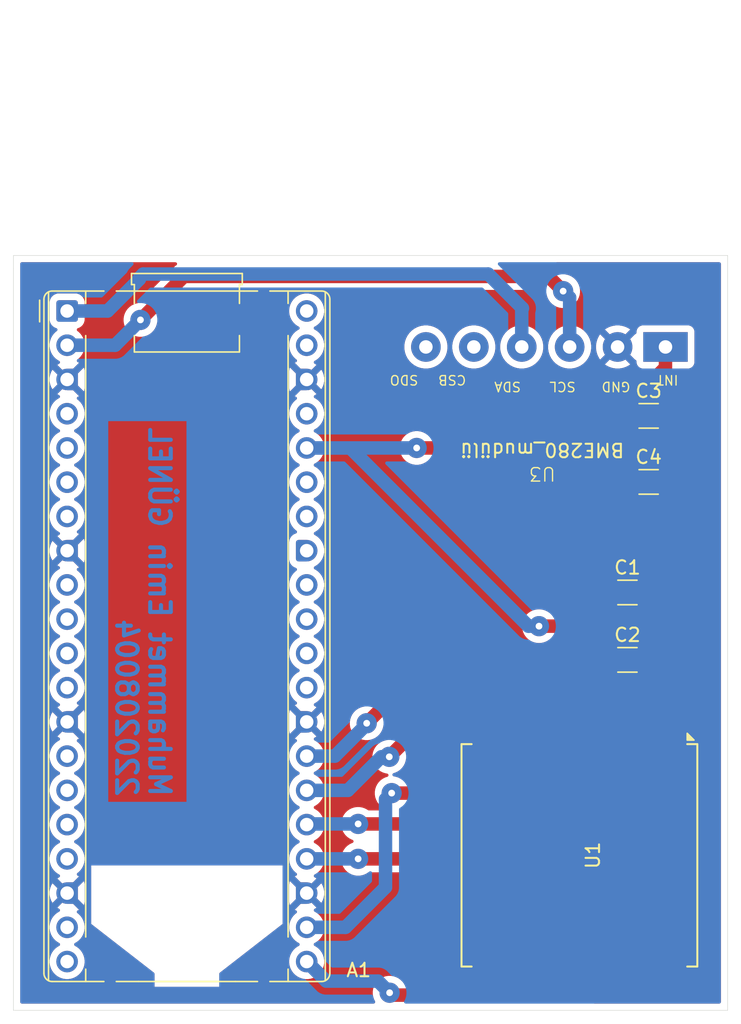
<source format=kicad_pcb>
(kicad_pcb (version 20241229) (generator "pcbnew") (generator_version "9.0")
  (layers (0 "F.Cu" signal "Front") (4 "In1.Cu" signal) (6 "In2.Cu" signal) (2 "B.Cu" signal "Back") (13 "F.Paste" user) (15 "B.Paste" user) (5 "F.SilkS" user "F.Silkscreen") (7 "B.SilkS" user "B.Silkscreen") (1 "F.Mask" user) (3 "B.Mask" user) (25 "Edge.Cuts" user))
  (net 0 "")
  (net 3 "Net-(A1-GPIO18)")
  (net 5 "GND")
  (net 8 "Net-(A1-GPIO16)")
  (net 10 "Net-(A1-GPIO20)")
  (net 12 "Net-(A1-GPIO21)")
  (net 13 "3.3V")
  (net 14 "Net-(A1-GPIO19)")
  (net 17 "Net-(A1-GPIO17)")
  (net 19 "Net-(A1-GPIO1)")
  (net 22 "Net-(A1-GPIO0)")
  (footprint "Capacitor_SMD:C_1206_3216Metric_Pad1.33x1.80mm_HandSolder" (layer "F.Cu") (at 147.1375 91.8)
    (property "Reference" "C4" (at 0 -1.85 0) (layer "F.SilkS"))
    (property "Value" "10u")
    (fp_line (start -0.711252 -0.91) (end 0.711252 -0.91) (stroke (width 0.12)) (layer "F.SilkS"))
    (fp_line (start -0.711252 0.91) (end 0.711252 0.91) (stroke (width 0.12)) (layer "F.SilkS"))
    (pad "1" smd roundrect (at -1.5625 0) (size 1.325 1.8) (layers "F.Cu" "F.Mask" "F.Paste") (roundrect_rratio 0.188679) (net 13 "3.3V"))
    (pad "2" smd roundrect (at 1.5625 0) (size 1.325 1.8) (layers "F.Cu" "F.Mask" "F.Paste") (roundrect_rratio 0.188679) (net 5 "GND"))
  )
  (footprint "LibraryBME280:Untitled" (layer "F.Cu") (at 139.2428 90.424 180)
    (property "Reference" "U3" (at 0 -0.77 180) (layer "F.SilkS") (effects (font (thickness 0.1))))
    (property "Value" "BME280_mudülü" (at 0 1 180) (layer "F.SilkS"))
    (fp_text user "SDA" (at 1.524 6.104 180) (layer "F.SilkS") (effects (font (size 0.7 0.7) (thickness 0.1)) (justify left bottom)))
    (fp_text user "SDO" (at 9.144 6.604 180) (layer "F.SilkS") (effects (font (size 0.7 0.7) (thickness 0.1)) (justify left bottom)))
    (fp_text user "INT" (at -10.16 6.604 180) (layer "F.SilkS") (effects (font (size 0.7 0.7) (thickness 0.1)) (justify left bottom)))
    (fp_text user "CSB" (at 5.588 6.604 180) (layer "F.SilkS") (effects (font (size 0.7 0.7) (thickness 0.1)) (justify left bottom)))
    (fp_text user "SCL" (at -2.54 6.104 180) (layer "F.SilkS") (effects (font (size 0.7 0.7) (thickness 0.1)) (justify left bottom)))
    (fp_text user "GND" (at -6.604 6.104 180) (layer "F.SilkS") (effects (font (size 0.7 0.7) (thickness 0.1)) (justify left bottom)))
    (pad "1" thru_hole rect (at -9.144 8.636 270) (size 2.2 3.3) (drill 1) (layers "*.Cu" "*.Mask") (net 13 "3.3V"))
    (pad "2" thru_hole circle (at -2.032 8.636 270) (size 2.2 2.2) (drill 1) (layers "*.Cu" "*.Mask") (net 19 "Net-(A1-GPIO1)"))
    (pad "3" thru_hole circle (at 1.524 8.636 270) (size 2.2 2.2) (drill 1) (layers "*.Cu" "*.Mask") (net 22 "Net-(A1-GPIO0)"))
    (pad "4" thru_hole circle (at 8.636 8.636 270) (size 2.2 2.2) (drill 1) (layers "*.Cu" "*.Mask"))
    (pad "5" thru_hole circle (at 5.08 8.636 270) (size 2.2 2.2) (drill 1) (layers "*.Cu" "*.Mask"))
    (pad "6" thru_hole circle (at -5.588 8.636 270) (size 2.2 2.2) (drill 1) (layers "*.Cu" "*.Mask") (net 5 "GND"))
  )
  (footprint "Module:RaspberryPi_Pico_Common_THT" (layer "F.Cu") (at 103.98 79.12)
    (property "Reference" "A1" (at 20.6375 48.895 0) (layer "F.SilkS") (effects (justify left)))
    (property "Value" "RaspberryPi_Pico_W")
    (fp_line (start -2.04 0.8) (end -2.04 -0.8) (stroke (width 0.12)) (layer "F.SilkS"))
    (fp_line (start -1.72 -0.87) (end -1.72 49.13) (stroke (width 0.12)) (layer "F.SilkS"))
    (fp_line (start -1.38 -1.417) (end -1.38 49.677) (stroke (width 0.12)) (layer "F.SilkS"))
    (fp_line (start -1.11 -1.48) (end 1.38 -1.48) (stroke (width 0.12)) (layer "F.SilkS"))
    (fp_line (start -1.11 49.74) (end 2.727939 49.74) (stroke (width 0.12)) (layer "F.SilkS"))
    (fp_line (start 1.38 -1.48) (end 1.38 -0.56648) (stroke (width 0.12)) (layer "F.SilkS"))
    (fp_line (start 1.38 -1.48) (end 2.72794 -1.48) (stroke (width 0.12)) (layer "F.SilkS"))
    (fp_line (start 1.38 1.82648) (end 1.38 46.43352) (stroke (width 0.12)) (layer "F.SilkS"))
    (fp_line (start 1.38 48.82648) (end 1.38 49.74) (stroke (width 0.12)) (layer "F.SilkS"))
    (fp_line (start 3.652061 -1.48) (end 4.655 -1.48) (stroke (width 0.12)) (layer "F.SilkS"))
    (fp_line (start 4.655 -1.48) (end 13.125 -1.48) (stroke (width 0.12)) (layer "F.SilkS"))
    (fp_line (start 4.78 -2.78) (end 4.78 -1.96) (stroke (width 0.12)) (layer "F.SilkS"))
    (fp_line (start 4.78 -2.78) (end 13 -2.78) (stroke (width 0.12)) (layer "F.SilkS"))
    (fp_line (start 4.78 -1.96) (end 4.99 -1.96) (stroke (width 0.12)) (layer "F.SilkS"))
    (fp_line (start 4.99 -1.96) (end 4.99 -0.564) (stroke (width 0.12)) (layer "F.SilkS"))
    (fp_line (start 4.99 1.824) (end 4.99 3.04) (stroke (width 0.12)) (layer "F.SilkS"))
    (fp_line (start 5.29 49.74) (end 3.652061 49.74) (stroke (width 0.12)) (layer "F.SilkS"))
    (fp_line (start 12.49 49.74) (end 5.29 49.74) (stroke (width 0.12)) (layer "F.SilkS"))
    (fp_line (start 12.79 -1.96) (end 12.79 -0.564) (stroke (width 0.12)) (layer "F.SilkS"))
    (fp_line (start 12.79 1.824) (end 12.79 3.04) (stroke (width 0.12)) (layer "F.SilkS"))
    (fp_line (start 12.79 3.04) (end 4.99 3.04) (stroke (width 0.12)) (layer "F.SilkS"))
    (fp_line (start 13 -2.78) (end 13 -1.96) (stroke (width 0.12)) (layer "F.SilkS"))
    (fp_line (start 13 -1.96) (end 12.79 -1.96) (stroke (width 0.12)) (layer "F.SilkS"))
    (fp_line (start 13.125 -1.48) (end 14.127939 -1.48) (stroke (width 0.12)) (layer "F.SilkS"))
    (fp_line (start 14.127939 49.74) (end 12.49 49.74) (stroke (width 0.12)) (layer "F.SilkS"))
    (fp_line (start 15.052061 -1.48) (end 16.4 -1.48) (stroke (width 0.12)) (layer "F.SilkS"))
    (fp_line (start 15.052061 49.74) (end 18.89 49.74) (stroke (width 0.12)) (layer "F.SilkS"))
    (fp_line (start 16.4 -1.48) (end 16.4 -0.56648) (stroke (width 0.12)) (layer "F.SilkS"))
    (fp_line (start 16.4 1.82648) (end 16.4 46.43352) (stroke (width 0.12)) (layer "F.SilkS"))
    (fp_line (start 16.4 48.82648) (end 16.4 49.74) (stroke (width 0.12)) (layer "F.SilkS"))
    (fp_line (start 18.89 -1.48) (end 16.4 -1.48) (stroke (width 0.12)) (layer "F.SilkS"))
    (fp_line (start 19.16 49.677) (end 19.16 -1.417) (stroke (width 0.12)) (layer "F.SilkS"))
    (fp_line (start 19.5 -0.87) (end 19.5 49.13) (stroke (width 0.12)) (layer "F.SilkS"))
    (fp_arc (start -1.72 -0.87) (mid -1.541335 -1.301335) (end -1.11 -1.48) (stroke (width 0.12)) (layer "F.SilkS"))
    (fp_arc (start -1.11 49.74) (mid -1.541364 49.561364) (end -1.72 49.13) (stroke (width 0.12)) (layer "F.SilkS"))
    (fp_arc (start 18.89 -1.48) (mid 19.321335 -1.301335) (end 19.5 -0.87) (stroke (width 0.12)) (layer "F.SilkS"))
    (fp_arc (start 19.5 49.13) (mid 19.321335 49.561335) (end 18.89 49.74) (stroke (width 0.12)) (layer "F.SilkS"))
    (pad "1" thru_hole roundrect (at 0 0) (size 1.6 1.6) (drill 1) (layers "*.Cu" "*.Mask") (roundrect_rratio 0.125) (net 22 "Net-(A1-GPIO0)"))
    (pad "2" thru_hole circle (at 0 2.54) (size 1.6 1.6) (drill 1) (layers "*.Cu" "*.Mask") (net 19 "Net-(A1-GPIO1)"))
    (pad "3" thru_hole custom (at 0 5.08) (size 1.6 1.6) (drill 1) (layers "*.Cu" "*.Mask") (net 5 "GND") (options (clearance outline) (anchor circle)) (primitives (gr_poly (pts (xy 0.8 0.6) (xy 0.8 -0.6) (xy 0.6 -0.8) (xy 0 -0.8) (xy 0 0.8) (xy 0.6 0.8)) (width 0) (fill yes)) (gr_circle (center 0.6 0.6) (end 0.8 0.6) (width 0) (fill yes)) (gr_circle (center 0.6 -0.6) (end 0.8 -0.6) (width 0) (fill yes))))
    (pad "4" thru_hole circle (at 0 7.62) (size 1.6 1.6) (drill 1) (layers "*.Cu" "*.Mask"))
    (pad "5" thru_hole circle (at 0 10.16) (size 1.6 1.6) (drill 1) (layers "*.Cu" "*.Mask"))
    (pad "6" thru_hole circle (at 0 12.7) (size 1.6 1.6) (drill 1) (layers "*.Cu" "*.Mask"))
    (pad "7" thru_hole circle (at 0 15.24) (size 1.6 1.6) (drill 1) (layers "*.Cu" "*.Mask"))
    (pad "8" thru_hole custom (at 0 17.78) (size 1.6 1.6) (drill 1) (layers "*.Cu" "*.Mask") (net 5 "GND") (options (clearance outline) (anchor circle)) (primitives (gr_poly (pts (xy 0.8 0.6) (xy 0.8 -0.6) (xy 0.6 -0.8) (xy 0 -0.8) (xy 0 0.8) (xy 0.6 0.8)) (width 0) (fill yes)) (gr_circle (center 0.6 0.6) (end 0.8 0.6) (width 0) (fill yes)) (gr_circle (center 0.6 -0.6) (end 0.8 -0.6) (width 0) (fill yes))))
    (pad "9" thru_hole circle (at 0 20.32) (size 1.6 1.6) (drill 1) (layers "*.Cu" "*.Mask"))
    (pad "10" thru_hole circle (at 0 22.86) (size 1.6 1.6) (drill 1) (layers "*.Cu" "*.Mask"))
    (pad "11" thru_hole circle (at 0 25.4) (size 1.6 1.6) (drill 1) (layers "*.Cu" "*.Mask"))
    (pad "12" thru_hole circle (at 0 27.94) (size 1.6 1.6) (drill 1) (layers "*.Cu" "*.Mask"))
    (pad "13" thru_hole custom (at 0 30.48) (size 1.6 1.6) (drill 1) (layers "*.Cu" "*.Mask") (net 5 "GND") (options (clearance outline) (anchor circle)) (primitives (gr_poly (pts (xy 0.8 0.6) (xy 0.8 -0.6) (xy 0.6 -0.8) (xy 0 -0.8) (xy 0 0.8) (xy 0.6 0.8)) (width 0) (fill yes)) (gr_circle (center 0.6 0.6) (end 0.8 0.6) (width 0) (fill yes)) (gr_circle (center 0.6 -0.6) (end 0.8 -0.6) (width 0) (fill yes))))
    (pad "14" thru_hole circle (at 0 33.02) (size 1.6 1.6) (drill 1) (layers "*.Cu" "*.Mask"))
    (pad "15" thru_hole circle (at 0 35.56) (size 1.6 1.6) (drill 1) (layers "*.Cu" "*.Mask"))
    (pad "16" thru_hole circle (at 0 38.1) (size 1.6 1.6) (drill 1) (layers "*.Cu" "*.Mask"))
    (pad "17" thru_hole circle (at 0 40.64) (size 1.6 1.6) (drill 1) (layers "*.Cu" "*.Mask"))
    (pad "18" thru_hole custom (at 0 43.18) (size 1.6 1.6) (drill 1) (layers "*.Cu" "*.Mask") (net 5 "GND") (options (clearance outline) (anchor circle)) (primitives (gr_poly (pts (xy 0.8 0.6) (xy 0.8 -0.6) (xy 0.6 -0.8) (xy 0 -0.8) (xy 0 0.8) (xy 0.6 0.8)) (width 0) (fill yes)) (gr_circle (center 0.6 0.6) (end 0.8 0.6) (width 0) (fill yes)) (gr_circle (center 0.6 -0.6) (end 0.8 -0.6) (width 0) (fill yes))))
    (pad "19" thru_hole circle (at 0 45.72) (size 1.6 1.6) (drill 1) (layers "*.Cu" "*.Mask"))
    (pad "20" thru_hole circle (at 0 48.26) (size 1.6 1.6) (drill 1) (layers "*.Cu" "*.Mask"))
    (pad "21" thru_hole circle (at 17.78 48.26) (size 1.6 1.6) (drill 1) (layers "*.Cu" "*.Mask") (net 8 "Net-(A1-GPIO16)"))
    (pad "22" thru_hole circle (at 17.78 45.72) (size 1.6 1.6) (drill 1) (layers "*.Cu" "*.Mask") (net 17 "Net-(A1-GPIO17)"))
    (pad "23" thru_hole custom (at 17.78 43.18) (size 1.6 1.6) (drill 1) (layers "*.Cu" "*.Mask") (net 5 "GND") (options (clearance outline) (anchor circle)) (primitives (gr_poly (pts (xy -0.8 0.6) (xy -0.8 -0.6) (xy -0.6 -0.8) (xy 0 -0.8) (xy 0 0.8) (xy -0.6 0.8)) (width 0) (fill yes)) (gr_circle (center -0.6 0.6) (end -0.4 0.6) (width 0) (fill yes)) (gr_circle (center -0.6 -0.6) (end -0.4 -0.6) (width 0) (fill yes))))
    (pad "24" thru_hole circle (at 17.78 40.64) (size 1.6 1.6) (drill 1) (layers "*.Cu" "*.Mask") (net 3 "Net-(A1-GPIO18)"))
    (pad "25" thru_hole circle (at 17.78 38.1) (size 1.6 1.6) (drill 1) (layers "*.Cu" "*.Mask") (net 14 "Net-(A1-GPIO19)"))
    (pad "26" thru_hole circle (at 17.78 35.56) (size 1.6 1.6) (drill 1) (layers "*.Cu" "*.Mask") (net 10 "Net-(A1-GPIO20)"))
    (pad "27" thru_hole circle (at 17.78 33.02) (size 1.6 1.6) (drill 1) (layers "*.Cu" "*.Mask") (net 12 "Net-(A1-GPIO21)"))
    (pad "28" thru_hole custom (at 17.78 30.48) (size 1.6 1.6) (drill 1) (layers "*.Cu" "*.Mask") (net 5 "GND") (options (clearance outline) (anchor circle)) (primitives (gr_poly (pts (xy -0.8 0.6) (xy -0.8 -0.6) (xy -0.6 -0.8) (xy 0 -0.8) (xy 0 0.8) (xy -0.6 0.8)) (width 0) (fill yes)) (gr_circle (center -0.6 0.6) (end -0.4 0.6) (width 0) (fill yes)) (gr_circle (center -0.6 -0.6) (end -0.4 -0.6) (width 0) (fill yes))))
    (pad "29" thru_hole circle (at 17.78 27.94) (size 1.6 1.6) (drill 1) (layers "*.Cu" "*.Mask"))
    (pad "30" thru_hole circle (at 17.78 25.4) (size 1.6 1.6) (drill 1) (layers "*.Cu" "*.Mask"))
    (pad "31" thru_hole circle (at 17.78 22.86) (size 1.6 1.6) (drill 1) (layers "*.Cu" "*.Mask"))
    (pad "32" thru_hole circle (at 17.78 20.32) (size 1.6 1.6) (drill 1) (layers "*.Cu" "*.Mask"))
    (pad "33" thru_hole custom (at 17.78 17.78) (size 1.6 1.6) (drill 1) (layers "*.Cu" "*.Mask") (options (clearance outline) (anchor circle)) (primitives (gr_poly (pts (xy -0.8 0.6) (xy -0.8 -0.6) (xy -0.6 -0.8) (xy 0 -0.8) (xy 0 0.8) (xy -0.6 0.8)) (width 0) (fill yes)) (gr_circle (center -0.6 0.6) (end -0.4 0.6) (width 0) (fill yes)) (gr_circle (center -0.6 -0.6) (end -0.4 -0.6) (width 0) (fill yes))))
    (pad "34" thru_hole circle (at 17.78 15.24) (size 1.6 1.6) (drill 1) (layers "*.Cu" "*.Mask"))
    (pad "35" thru_hole circle (at 17.78 12.7) (size 1.6 1.6) (drill 1) (layers "*.Cu" "*.Mask"))
    (pad "36" thru_hole circle (at 17.78 10.16) (size 1.6 1.6) (drill 1) (layers "*.Cu" "*.Mask") (net 13 "3.3V"))
    (pad "37" thru_hole circle (at 17.78 7.62) (size 1.6 1.6) (drill 1) (layers "*.Cu" "*.Mask"))
    (pad "38" thru_hole custom (at 17.78 5.08) (size 1.6 1.6) (drill 1) (layers "*.Cu" "*.Mask") (net 5 "GND") (options (clearance outline) (anchor circle)) (primitives (gr_poly (pts (xy -0.8 0.6) (xy -0.8 -0.6) (xy -0.6 -0.8) (xy 0 -0.8) (xy 0 0.8) (xy -0.6 0.8)) (width 0) (fill yes)) (gr_circle (center -0.6 0.6) (end -0.4 0.6) (width 0) (fill yes)) (gr_circle (center -0.6 -0.6) (end -0.4 -0.6) (width 0) (fill yes))))
    (pad "39" thru_hole circle (at 17.78 2.54) (size 1.6 1.6) (drill 1) (layers "*.Cu" "*.Mask"))
    (pad "40" thru_hole circle (at 17.78 0) (size 1.6 1.6) (drill 1) (layers "*.Cu" "*.Mask"))
    (zone (net 0) (net_name "") (layers "F.Cu" "B.Cu" "In1.Cu" "In2.Cu" "F.Paste" "B.Paste") (name "Antenna Copper Keep Out") (connect_pads (clearance 0)) (min_thickness 0.254)
      (keepout (tracks not_allowed) (vias not_allowed) (pads not_allowed) (copperpour not_allowed) (footprints allowed))
      (fill (thermal_gap 0.508) (thermal_bridge_width 0.508))
      (polygon (pts (xy 110.47 128.239895) (xy 105.77 124.589895) (xy 105.77 120.25) (xy 119.97 120.25) (xy 119.97 124.589895) (xy 115.27 128.239895) (xy 115.27 129.25) (xy 110.47 129.25)))
    )
  )
  (footprint "Capacitor_SMD:C_1206_3216Metric_Pad1.33x1.80mm_HandSolder" (layer "F.Cu") (at 145.5625 100)
    (property "Reference" "C1" (at 0 -1.85 0) (layer "F.SilkS"))
    (property "Value" "100n")
    (fp_line (start -0.711252 -0.91) (end 0.711252 -0.91) (stroke (width 0.12)) (layer "F.SilkS"))
    (fp_line (start -0.711252 0.91) (end 0.711252 0.91) (stroke (width 0.12)) (layer "F.SilkS"))
    (pad "1" smd roundrect (at -1.5625 0) (size 1.325 1.8) (layers "F.Cu" "F.Mask" "F.Paste") (roundrect_rratio 0.188679) (net 13 "3.3V"))
    (pad "2" smd roundrect (at 1.5625 0) (size 1.325 1.8) (layers "F.Cu" "F.Mask" "F.Paste") (roundrect_rratio 0.188679) (net 5 "GND"))
  )
  (footprint "RF_Module:Ai-Thinker-Ra-01-LoRa" (layer "F.Cu") (at 142 119.5 -90)
    (property "Reference" "U1" (at 0 -1 90) (layer "F.SilkS"))
    (property "Value" "Ai-Thinker-Ra-01")
    (fp_line (start -8.25 8.75) (end 8.25 8.75) (stroke (width 0.15)) (layer "F.SilkS"))
    (fp_line (start 8.25 8.75) (end 8.25 8) (stroke (width 0.15)) (layer "F.SilkS"))
    (fp_line (start -8.25 8) (end -8.25 8.75) (stroke (width 0.15)) (layer "F.SilkS"))
    (fp_line (start -8.25 -8) (end -8.25 -8.75) (stroke (width 0.15)) (layer "F.SilkS"))
    (fp_line (start -8.25 -8.75) (end 8.25 -8.75) (stroke (width 0.15)) (layer "F.SilkS"))
    (fp_line (start 8.25 -8.75) (end 8.25 -8) (stroke (width 0.15)) (layer "F.SilkS"))
    (fp_poly (pts (xy -8.55 -8) (xy -9.05 -8) (xy -8.55 -8.5) (xy -8.55 -8)) (stroke (width 0.12)) (fill yes) (layer "F.SilkS"))
    (pad "1" smd rect (at -8 -7 270) (size 2 1.5) (layers "F.Cu" "F.Mask" "F.Paste"))
    (pad "2" smd rect (at -8 -5 270) (size 2 1.5) (layers "F.Cu" "F.Mask" "F.Paste") (net 5 "GND"))
    (pad "3" smd rect (at -8 -3 270) (size 2 1.5) (layers "F.Cu" "F.Mask" "F.Paste") (net 13 "3.3V"))
    (pad "4" smd rect (at -8 -1 270) (size 2 1.5) (layers "F.Cu" "F.Mask" "F.Paste") (net 12 "Net-(A1-GPIO21)"))
    (pad "5" smd rect (at -8 1 270) (size 2 1.5) (layers "F.Cu" "F.Mask" "F.Paste") (net 10 "Net-(A1-GPIO20)"))
    (pad "6" smd rect (at -8 3 270) (size 2 1.5) (layers "F.Cu" "F.Mask" "F.Paste"))
    (pad "7" smd rect (at -8 5 270) (size 2 1.5) (layers "F.Cu" "F.Mask" "F.Paste"))
    (pad "8" smd rect (at -8 7 270) (size 2 1.5) (layers "F.Cu" "F.Mask" "F.Paste"))
    (pad "9" smd rect (at 8 7 270) (size 2 1.5) (layers "F.Cu" "F.Mask" "F.Paste") (net 5 "GND"))
    (pad "10" smd rect (at 8 5 270) (size 2 1.5) (layers "F.Cu" "F.Mask" "F.Paste"))
    (pad "11" smd rect (at 8 3 270) (size 2 1.5) (layers "F.Cu" "F.Mask" "F.Paste"))
    (pad "12" smd rect (at 8 1 270) (size 2 1.5) (layers "F.Cu" "F.Mask" "F.Paste") (net 3 "Net-(A1-GPIO18)"))
    (pad "13" smd rect (at 8 -1 270) (size 2 1.5) (layers "F.Cu" "F.Mask" "F.Paste") (net 8 "Net-(A1-GPIO16)"))
    (pad "14" smd rect (at 8 -3 270) (size 2 1.5) (layers "F.Cu" "F.Mask" "F.Paste") (net 14 "Net-(A1-GPIO19)"))
    (pad "15" smd rect (at 8 -5 270) (size 2 1.5) (layers "F.Cu" "F.Mask" "F.Paste") (net 17 "Net-(A1-GPIO17)"))
    (pad "16" smd rect (at 8 -7 270) (size 2 1.5) (layers "F.Cu" "F.Mask" "F.Paste") (net 5 "GND"))
  )
  (footprint "Capacitor_SMD:C_1206_3216Metric_Pad1.33x1.80mm_HandSolder" (layer "F.Cu") (at 145.5625 105)
    (property "Reference" "C2" (at 0 -1.85 0) (layer "F.SilkS"))
    (property "Value" "10u")
    (fp_line (start -0.711252 -0.91) (end 0.711252 -0.91) (stroke (width 0.12)) (layer "F.SilkS"))
    (fp_line (start -0.711252 0.91) (end 0.711252 0.91) (stroke (width 0.12)) (layer "F.SilkS"))
    (pad "1" smd roundrect (at -1.5625 0) (size 1.325 1.8) (layers "F.Cu" "F.Mask" "F.Paste") (roundrect_rratio 0.188679) (net 13 "3.3V"))
    (pad "2" smd roundrect (at 1.5625 0) (size 1.325 1.8) (layers "F.Cu" "F.Mask" "F.Paste") (roundrect_rratio 0.188679) (net 5 "GND"))
  )
  (footprint "Capacitor_SMD:C_1206_3216Metric_Pad1.33x1.80mm_HandSolder" (layer "F.Cu") (at 147.1375 86.9)
    (property "Reference" "C3" (at 0 -1.85 0) (layer "F.SilkS"))
    (property "Value" "100n")
    (fp_line (start -0.711252 -0.91) (end 0.711252 -0.91) (stroke (width 0.12)) (layer "F.SilkS"))
    (fp_line (start -0.711252 0.91) (end 0.711252 0.91) (stroke (width 0.12)) (layer "F.SilkS"))
    (pad "1" smd roundrect (at -1.5625 0) (size 1.325 1.8) (layers "F.Cu" "F.Mask" "F.Paste") (roundrect_rratio 0.188679) (net 13 "3.3V"))
    (pad "2" smd roundrect (at 1.5625 0) (size 1.325 1.8) (layers "F.Cu" "F.Mask" "F.Paste") (roundrect_rratio 0.188679) (net 5 "GND"))
  )
  (gr_line (start 153 131) (end 153 75) (stroke (width 0.0381)) (layer "Edge.Cuts"))
  (gr_line (start 100 76) (end 100 131) (stroke (width 0.0381)) (layer "Edge.Cuts"))
  (gr_line (start 100 131) (end 153 131) (stroke (width 0.0381)) (layer "Edge.Cuts"))
  (gr_line (start 100 75) (end 100 76) (stroke (width 0.0381)) (layer "Edge.Cuts"))
  (gr_line (start 153 75) (end 100 75) (stroke (width 0.0381)) (layer "Edge.Cuts"))
  (gr_text "Muhammet Emin GÜNEL\n220208004" (at 107.4928 115.2906 270) (layer "B.Cu") (effects (font (size 1.524 1.524) (thickness 0.3048) (bold yes)) (justify left bottom mirror)))
  (segment (start 135.261 119.761) (end 141 125.5) (width 1) (layer "F.Cu") (net 3))
  (segment (start 125.5776 119.761) (end 135.261 119.761) (width 1) (layer "F.Cu") (net 3))
  (segment (start 141 125.5) (end 141 127.5) (width 1) (layer "F.Cu") (net 3))
  (via (at 125.5776 119.761) (size 1.5) (drill 0.5) (layers "F.Cu" "B.Cu") (net 3))
  (segment (start 125.5776 119.761) (end 121.761 119.761) (width 1) (layer "B.Cu") (net 3))
  (segment (start 121.761 119.761) (end 121.76 119.76) (width 1) (layer "B.Cu") (net 3))
  (segment (start 148.3868 87.1118) (end 148.475 87.2) (width 0.127) (layer "F.Cu") (net 5))
  (segment (start 142.0368 129.8702) (end 128.0922 129.8702) (width 1) (layer "F.Cu") (net 8))
  (segment (start 143 127.5) (end 143 128.907) (width 1) (layer "F.Cu") (net 8))
  (segment (start 143 128.907) (end 142.0368 129.8702) (width 1) (layer "F.Cu") (net 8))
  (segment (start 128.0922 129.8702) (end 127.9144 129.6924) (width 1) (layer "F.Cu") (net 8))
  (via (at 127.9144 129.6924) (size 1.5) (drill 0.5) (layers "F.Cu" "B.Cu") (net 8))
  (segment (start 127.9144 129.6924) (end 127.0508 128.8288) (width 1) (layer "B.Cu") (net 8))
  (segment (start 123.2088 128.8288) (end 121.76 127.38) (width 1) (layer "B.Cu") (net 8))
  (segment (start 127.0508 128.8288) (end 123.2088 128.8288) (width 1) (layer "B.Cu") (net 8))
  (segment (start 141 111.5) (end 141 110.494) (width 1) (layer "F.Cu") (net 10))
  (segment (start 131.5212 108.5596) (end 127.889 112.1918) (width 1) (layer "F.Cu") (net 10))
  (segment (start 139.0656 108.5596) (end 131.5212 108.5596) (width 1) (layer "F.Cu") (net 10))
  (segment (start 141 110.494) (end 139.0656 108.5596) (width 1) (layer "F.Cu") (net 10))
  (via (at 127.889 112.1918) (size 1.5) (drill 0.5) (layers "F.Cu" "B.Cu") (net 10))
  (segment (start 127.3048 112.1918) (end 124.8166 114.68) (width 1) (layer "B.Cu") (net 10))
  (segment (start 127.889 112.1918) (end 127.3048 112.1918) (width 1) (layer "B.Cu") (net 10))
  (segment (start 124.8166 114.68) (end 121.76 114.68) (width 1) (layer "B.Cu") (net 10))
  (segment (start 129.5654 106.3498) (end 139.8498 106.3498) (width 1) (layer "F.Cu") (net 12))
  (segment (start 139.8498 106.3498) (end 143 109.5) (width 1) (layer "F.Cu") (net 12))
  (segment (start 126.2126 109.7026) (end 129.5654 106.3498) (width 1) (layer "F.Cu") (net 12))
  (segment (start 143 109.5) (end 143 111.5) (width 1) (layer "F.Cu") (net 12))
  (via (at 126.2126 109.7026) (size 1.5) (drill 0.5) (layers "F.Cu" "B.Cu") (net 12))
  (segment (start 126.2126 109.7788) (end 123.8514 112.14) (width 1) (layer "B.Cu") (net 12))
  (segment (start 126.2126 109.7026) (end 126.2126 109.7788) (width 1) (layer "B.Cu") (net 12))
  (segment (start 123.8514 112.14) (end 121.76 112.14) (width 1) (layer "B.Cu") (net 12))
  (segment (start 148.3868 81.788) (end 148.3868 83.3132) (width 1) (layer "F.Cu") (net 13))
  (segment (start 129.922 89.28) (end 145.555 89.28) (width 1) (layer "F.Cu") (net 13))
  (segment (start 145.555 89.28) (end 145.575 89.3) (width 1) (layer "F.Cu") (net 13))
  (segment (start 144 105) (end 144 107.5) (width 1) (layer "F.Cu") (net 13))
  (segment (start 139 102.5) (end 144 102.5) (width 1) (layer "F.Cu") (net 13))
  (segment (start 144 102.5) (end 144 100) (width 1) (layer "F.Cu") (net 13))
  (segment (start 145 108.5) (end 145 111.5) (width 1) (layer "F.Cu") (net 13))
  (segment (start 145.575 89.3) (end 145.575 91.8) (width 1) (layer "F.Cu") (net 13))
  (segment (start 144 107.5) (end 145 108.5) (width 1) (layer "F.Cu") (net 13))
  (segment (start 144 105) (end 144 102.5) (width 1) (layer "F.Cu") (net 13))
  (segment (start 145.575 86.9) (end 145.575 89.3) (width 1) (layer "F.Cu") (net 13))
  (segment (start 145.575 86.125) (end 145.575 86.9) (width 1) (layer "F.Cu") (net 13))
  (segment (start 148.3868 83.3132) (end 145.575 86.125) (width 1) (layer "F.Cu") (net 13))
  (via (at 129.922 89.28) (size 1.5) (drill 0.5) (layers "F.Cu" "B.Cu") (net 13))
  (via (at 139 102.5) (size 1.5) (drill 0.5) (layers "F.Cu" "B.Cu") (net 13))
  (segment (start 138.2124 102.5) (end 124.9924 89.28) (width 1) (layer "B.Cu") (net 13))
  (segment (start 124.9924 89.28) (end 121.76 89.28) (width 1) (layer "B.Cu") (net 13))
  (segment (start 139 102.5) (end 138.2124 102.5) (width 1) (layer "B.Cu") (net 13))
  (segment (start 121.76 89.28) (end 129.922 89.28) (width 1) (layer "B.Cu") (net 13))
  (segment (start 136.6702 117.1702) (end 145 125.5) (width 1) (layer "F.Cu") (net 14))
  (segment (start 125.5776 117.1702) (end 136.6702 117.1702) (width 1) (layer "F.Cu") (net 14))
  (segment (start 145 125.5) (end 145 127.5) (width 1) (layer "F.Cu") (net 14))
  (via (at 125.5776 117.1702) (size 1.5) (drill 0.5) (layers "F.Cu" "B.Cu") (net 14))
  (segment (start 125.5776 117.1702) (end 121.8098 117.1702) (width 1) (layer "B.Cu") (net 14))
  (segment (start 121.8098 117.1702) (end 121.76 117.22) (width 1) (layer "B.Cu") (net 14))
  (segment (start 128.0668 114.8842) (end 138.2776 114.8842) (width 1) (layer "F.Cu") (net 17))
  (segment (start 138.2776 114.8842) (end 147 123.6066) (width 1) (layer "F.Cu") (net 17))
  (segment (start 147 123.6066) (end 147 127.5) (width 1) (layer "F.Cu") (net 17))
  (via (at 128.0668 114.8842) (size 1.5) (drill 0.5) (layers "F.Cu" "B.Cu") (net 17))
  (segment (start 124.6388 124.84) (end 121.76 124.84) (width 1) (layer "B.Cu") (net 17))
  (segment (start 127.6096 115.3414) (end 127.6096 121.8692) (width 1) (layer "B.Cu") (net 17))
  (segment (start 128.0668 114.8842) (end 127.6096 115.3414) (width 1) (layer "B.Cu") (net 17))
  (segment (start 127.6096 121.8692) (end 124.6388 124.84) (width 1) (layer "B.Cu") (net 17))
  (segment (start 140.7922 77.6478) (end 139.7 76.5556) (width 1) (layer "F.Cu") (net 19))
  (segment (start 139.7 76.5556) (end 112.649 76.5556) (width 1) (layer "F.Cu") (net 19))
  (segment (start 112.649 76.5556) (end 109.4232 79.7814) (width 1) (layer "F.Cu") (net 19))
  (via (at 109.4232 79.7814) (size 1.5) (drill 0.5) (layers "F.Cu" "B.Cu") (net 19))
  (via (at 140.7922 77.6478) (size 1.5) (drill 0.5) (layers "F.Cu" "B.Cu") (net 19))
  (segment (start 109.4232 79.7814) (end 107.5446 81.66) (width 1) (layer "B.Cu") (net 19))
  (segment (start 141.2748 81.788) (end 141.2748 78.1304) (width 1) (layer "B.Cu") (net 19))
  (segment (start 141.2748 78.1304) (end 140.7922 77.6478) (width 1) (layer "B.Cu") (net 19))
  (segment (start 107.5446 81.66) (end 103.98 81.66) (width 1) (layer "B.Cu") (net 19))
  (segment (start 137.7188 78.9686) (end 137.7188 81.788) (width 1) (layer "B.Cu") (net 22))
  (segment (start 106.9858 79.12) (end 109.347 76.7588) (width 1) (layer "B.Cu") (net 22))
  (segment (start 109.347 76.7588) (end 109.347 76.6572) (width 1) (layer "B.Cu") (net 22))
  (segment (start 103.98 79.12) (end 106.9858 79.12) (width 1) (layer "B.Cu") (net 22))
  (segment (start 135.2296 76.3778) (end 137.7696 78.9178) (width 1) (layer "B.Cu") (net 22))
  (segment (start 109.347 76.6572) (end 109.6264 76.3778) (width 1) (layer "B.Cu") (net 22))
  (segment (start 109.6264 76.3778) (end 135.2296 76.3778) (width 1) (layer "B.Cu") (net 22))
  (segment (start 137.7696 78.9178) (end 137.7188 78.9686) (width 1) (layer "B.Cu") (net 22))
  (zone (net 5) (net_name "GND") (layers "F.Cu" "B.Cu") (connect_pads (clearance 0.5)) (min_thickness 0.25) (fill yes (thermal_gap 0.5) (thermal_bridge_width 0.5))
    (polygon (pts (xy 99 74) (xy 99 132) (xy 154 132) (xy 154 74)))
  )
)
</source>
